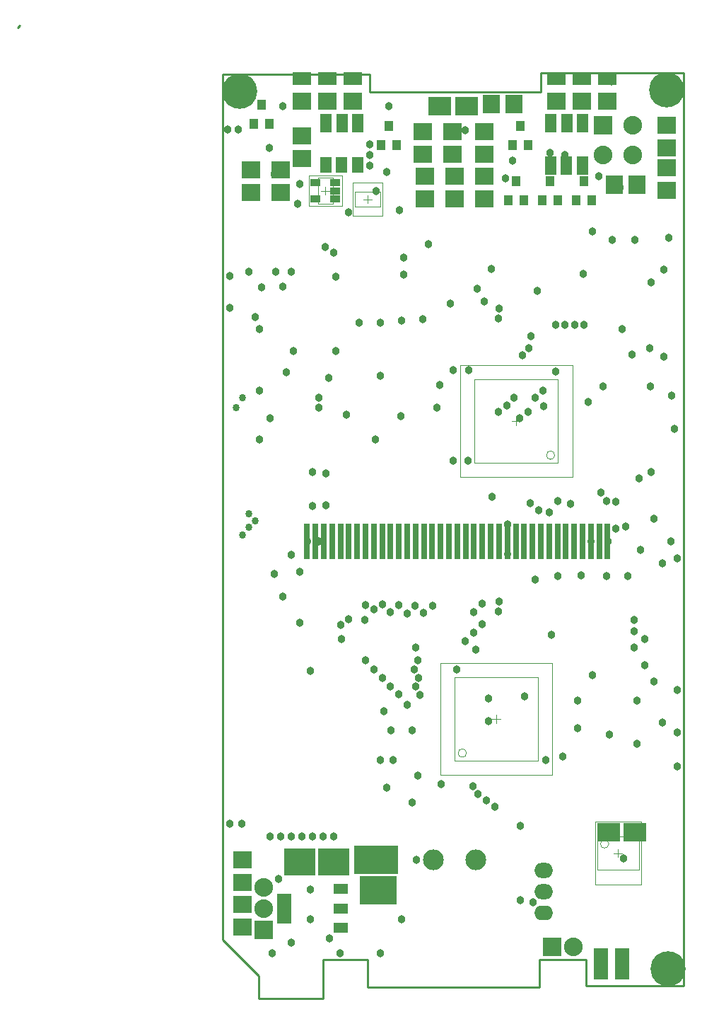
<source format=gts>
%FSTAX25Y25*%
%MOIN*%
G70*
G01*
G75*
G04 Layer_Color=8388736*
%ADD10R,0.07874X0.07480*%
%ADD11R,0.01969X0.15748*%
%ADD12R,0.04331X0.02559*%
%ADD13R,0.07874X0.05512*%
%ADD14R,0.17011X0.12579*%
%ADD15R,0.20011X0.12579*%
%ADD16R,0.13780X0.11811*%
%ADD17R,0.06102X0.04331*%
%ADD18R,0.06102X0.04331*%
%ADD19R,0.06102X0.13583*%
%ADD20R,0.04724X0.07000*%
%ADD21R,0.04724X0.07874*%
%ADD22R,0.03543X0.03740*%
%ADD23R,0.03543X0.03740*%
%ADD24R,0.05906X0.13780*%
%ADD25R,0.09843X0.07874*%
%ADD26R,0.07480X0.07874*%
%ADD27C,0.01200*%
%ADD28C,0.02000*%
%ADD29C,0.01400*%
%ADD30C,0.01600*%
%ADD31C,0.01000*%
%ADD32C,0.00394*%
%ADD33C,0.15748*%
%ADD34R,0.08000X0.08000*%
%ADD35C,0.08000*%
%ADD36C,0.09000*%
%ADD37O,0.08000X0.06400*%
%ADD38O,0.08000X0.06000*%
%ADD39R,0.08000X0.08000*%
%ADD40C,0.03000*%
%ADD41C,0.02600*%
%ADD42C,0.02700*%
%ADD43C,0.02800*%
%ADD44R,0.07874X0.09843*%
%ADD45R,0.07874X0.07842*%
%ADD46R,0.13780X0.01969*%
%ADD47R,0.15748X0.08071*%
%ADD48R,0.10236X0.08071*%
%ADD49R,0.13780X0.08071*%
G04:AMPARAMS|DCode=50|XSize=39.37mil|YSize=31.5mil|CornerRadius=7.87mil|HoleSize=0mil|Usage=FLASHONLY|Rotation=0.000|XOffset=0mil|YOffset=0mil|HoleType=Round|Shape=RoundedRectangle|*
%AMROUNDEDRECTD50*
21,1,0.03937,0.01575,0,0,0.0*
21,1,0.02362,0.03150,0,0,0.0*
1,1,0.01575,0.01181,-0.00787*
1,1,0.01575,-0.01181,-0.00787*
1,1,0.01575,-0.01181,0.00787*
1,1,0.01575,0.01181,0.00787*
%
%ADD50ROUNDEDRECTD50*%
G04:AMPARAMS|DCode=51|XSize=39.37mil|YSize=31.5mil|CornerRadius=7.87mil|HoleSize=0mil|Usage=FLASHONLY|Rotation=270.000|XOffset=0mil|YOffset=0mil|HoleType=Round|Shape=RoundedRectangle|*
%AMROUNDEDRECTD51*
21,1,0.03937,0.01575,0,0,270.0*
21,1,0.02362,0.03150,0,0,270.0*
1,1,0.01575,-0.00787,-0.01181*
1,1,0.01575,-0.00787,0.01181*
1,1,0.01575,0.00787,0.01181*
1,1,0.01575,0.00787,-0.01181*
%
%ADD51ROUNDEDRECTD51*%
G04:AMPARAMS|DCode=52|XSize=90mil|YSize=90mil|CornerRadius=22.5mil|HoleSize=0mil|Usage=FLASHONLY|Rotation=180.000|XOffset=0mil|YOffset=0mil|HoleType=Round|Shape=RoundedRectangle|*
%AMROUNDEDRECTD52*
21,1,0.09000,0.04500,0,0,180.0*
21,1,0.04500,0.09000,0,0,180.0*
1,1,0.04500,-0.02250,0.02250*
1,1,0.04500,0.02250,0.02250*
1,1,0.04500,0.02250,-0.02250*
1,1,0.04500,-0.02250,-0.02250*
%
%ADD52ROUNDEDRECTD52*%
%ADD53R,0.06693X0.09843*%
%ADD54R,0.05512X0.00984*%
%ADD55R,0.00984X0.05512*%
%ADD56C,0.01063*%
%ADD57R,0.10630X0.10630*%
%ADD58R,0.09843X0.06693*%
%ADD59R,0.11811X0.07874*%
%ADD60R,0.11811X0.02953*%
%ADD61R,0.09843X0.07874*%
G04:AMPARAMS|DCode=62|XSize=100mil|YSize=100mil|CornerRadius=25mil|HoleSize=0mil|Usage=FLASHONLY|Rotation=0.000|XOffset=0mil|YOffset=0mil|HoleType=Round|Shape=RoundedRectangle|*
%AMROUNDEDRECTD62*
21,1,0.10000,0.05000,0,0,0.0*
21,1,0.05000,0.10000,0,0,0.0*
1,1,0.05000,0.02500,-0.02500*
1,1,0.05000,-0.02500,-0.02500*
1,1,0.05000,-0.02500,0.02500*
1,1,0.05000,0.02500,0.02500*
%
%ADD62ROUNDEDRECTD62*%
%ADD63O,0.01181X0.10236*%
%ADD64O,0.10236X0.01181*%
%ADD65R,0.04567X0.05906*%
%ADD66R,0.08661X0.15748*%
%ADD67R,0.08661X0.13780*%
%ADD68R,0.11024X0.09055*%
%ADD69R,0.01575X0.05512*%
%ADD70R,0.05512X0.01575*%
%ADD71R,0.02756X0.03543*%
%ADD72R,0.04724X0.03543*%
%ADD73R,0.01969X0.07087*%
%ADD74R,0.05906X0.07874*%
%ADD75R,0.05906X0.07574*%
%ADD76R,0.02165X0.07874*%
%ADD77R,0.07874X0.02165*%
G04:AMPARAMS|DCode=78|XSize=51.18mil|YSize=51.18mil|CornerRadius=12.8mil|HoleSize=0mil|Usage=FLASHONLY|Rotation=270.000|XOffset=0mil|YOffset=0mil|HoleType=Round|Shape=RoundedRectangle|*
%AMROUNDEDRECTD78*
21,1,0.05118,0.02559,0,0,270.0*
21,1,0.02559,0.05118,0,0,270.0*
1,1,0.02559,-0.01280,-0.01280*
1,1,0.02559,-0.01280,0.01280*
1,1,0.02559,0.01280,0.01280*
1,1,0.02559,0.01280,-0.01280*
%
%ADD78ROUNDEDRECTD78*%
%ADD79R,0.13780X0.05906*%
%ADD80R,0.10880X0.05906*%
%ADD81R,0.02559X0.04331*%
%ADD82O,0.02362X0.08661*%
%ADD83C,0.01500*%
%ADD84C,0.00984*%
%ADD85C,0.00787*%
%ADD86C,0.02756*%
%ADD87R,0.08674X0.08280*%
%ADD88R,0.02769X0.16548*%
%ADD89R,0.05131X0.03359*%
%ADD90R,0.08674X0.06312*%
%ADD91R,0.17811X0.13380*%
%ADD92R,0.20811X0.13380*%
%ADD93R,0.14579X0.12611*%
%ADD94R,0.06902X0.05131*%
%ADD95R,0.06902X0.05131*%
%ADD96R,0.06902X0.14383*%
%ADD97R,0.05524X0.07800*%
%ADD98R,0.05524X0.08674*%
%ADD99R,0.04343X0.04540*%
%ADD100R,0.04343X0.04540*%
%ADD101R,0.06706X0.14579*%
%ADD102R,0.10642X0.08674*%
%ADD103R,0.08280X0.08674*%
%ADD104C,0.16548*%
%ADD105R,0.08800X0.08800*%
%ADD106C,0.08800*%
%ADD107C,0.09800*%
%ADD108O,0.08800X0.07200*%
%ADD109O,0.08800X0.06800*%
%ADD110R,0.08800X0.08800*%
%ADD111C,0.03800*%
%ADD112C,0.03400*%
%ADD113C,0.03500*%
%ADD114C,0.03600*%
D31*
X000767Y002933D02*
X0024751Y0012249D01*
X-0089Y0459D02*
X-0088Y046D01*
X0055Y002D02*
X0076D01*
X0157D02*
X0179D01*
X0157Y0007D02*
Y002D01*
X0076Y0007D02*
X0157D01*
X0076D02*
Y002D01*
X000767Y002933D02*
Y00355D01*
X0196307Y00075D02*
X0225D01*
X0025Y00015D02*
X003D01*
X0179Y00075D02*
Y002D01*
Y00075D02*
X0196307D01*
X0055Y00015D02*
Y002D01*
X0225Y0035D02*
Y04375D01*
X003Y00015D02*
X0055D01*
X0024751D02*
Y0009249D01*
X0077Y04285D02*
Y0437D01*
Y04285D02*
X01575D01*
Y04375D01*
X0225D01*
X0024751Y0009249D02*
Y0012249D01*
X0225Y00075D02*
Y0035D01*
X000767Y0437D02*
X0077D01*
X000767Y00355D02*
Y0437D01*
D32*
X0164188Y0257436D02*
G03*
X0164188Y0257436I-0001969J0D01*
G01*
X0122559Y0117126D02*
G03*
X0122559Y0117126I-0001969J0D01*
G01*
X0189669Y0074331D02*
G03*
X0189669Y0074331I-0001969J0D01*
G01*
X0126392Y0253892D02*
X0165762D01*
X0126392Y0293263D02*
X0165762D01*
Y0253892D02*
Y0293263D01*
X0126392Y0253892D02*
Y0293263D01*
X0059543Y0375898D02*
Y0388102D01*
X0052457Y0375898D02*
Y0388102D01*
Y0375898D02*
X0059543D01*
X0052457Y0388102D02*
X0059543D01*
X0117047Y0113583D02*
Y0152953D01*
X0156417Y0113583D02*
Y0152953D01*
X0117047Y0113583D02*
X0156417D01*
X0117047Y0152953D02*
X0156417D01*
X0069898Y0374457D02*
X0082102D01*
X0069898Y0381543D02*
X0082102D01*
Y0374457D02*
Y0381543D01*
X0069898Y0374457D02*
Y0381543D01*
X0203842Y0062126D02*
Y0077874D01*
X0184158Y0062126D02*
Y0077874D01*
Y0062126D02*
X0203842D01*
X0184158Y0077874D02*
X0203842D01*
X01197Y02472D02*
X0172455D01*
X01197Y0299955D02*
X0172455D01*
Y02472D02*
Y0299955D01*
X01197Y02472D02*
Y0299955D01*
X0146077Y0271609D02*
Y0275546D01*
X0144109Y0273577D02*
X0148046D01*
X0063874Y0374913D02*
Y0389087D01*
X0048126Y0374913D02*
Y0389087D01*
Y0374913D02*
X0063874D01*
X0048126Y0389087D02*
X0063874D01*
X0054031Y0382D02*
X0057968D01*
X0056Y0380031D02*
Y0383968D01*
X0110354Y010689D02*
Y0159646D01*
X016311Y010689D02*
Y0159646D01*
X0110354Y010689D02*
X016311D01*
X0110354Y0159646D02*
X016311D01*
X0134764Y0133268D02*
X0138701D01*
X0136732Y0131299D02*
Y0135236D01*
X0068913Y0370126D02*
X0083087D01*
X0068913Y0385874D02*
X0083087D01*
Y0370126D02*
Y0385874D01*
X0068913Y0370126D02*
Y0385874D01*
X0076Y0376031D02*
Y0379969D01*
X0074032Y0378D02*
X0077969D01*
X0192032Y007D02*
X0195968D01*
X0194Y0068032D02*
Y0071969D01*
X0204827Y0055236D02*
Y0084764D01*
X0183173Y0055236D02*
Y0084764D01*
Y0055236D02*
X0204827D01*
X0183173Y0084764D02*
X0204827D01*
D87*
X0217Y0382189D02*
D03*
Y0392819D02*
D03*
X01308Y0409811D02*
D03*
Y0399181D02*
D03*
X01019Y0409811D02*
D03*
Y0399181D02*
D03*
X01158Y0409811D02*
D03*
Y0399181D02*
D03*
X0045Y0424189D02*
D03*
X0217Y0402189D02*
D03*
Y0412819D02*
D03*
X0017Y0045811D02*
D03*
Y0035181D02*
D03*
Y0056189D02*
D03*
Y0066819D02*
D03*
X0117Y0378189D02*
D03*
Y0388819D02*
D03*
X0131Y0378189D02*
D03*
Y0388819D02*
D03*
X0103Y0378189D02*
D03*
Y0388819D02*
D03*
X0021Y0391811D02*
D03*
Y0381181D02*
D03*
X0035Y0391811D02*
D03*
Y0381181D02*
D03*
X0045Y0407811D02*
D03*
Y0397181D02*
D03*
X0057Y0424189D02*
D03*
X0189D02*
D03*
X0165D02*
D03*
X0177D02*
D03*
X0069D02*
D03*
D88*
X0189102Y021685D02*
D03*
X0185165D02*
D03*
X0181228D02*
D03*
X0177291D02*
D03*
X0173354D02*
D03*
X0169417D02*
D03*
X016548D02*
D03*
X0161543D02*
D03*
X0157606D02*
D03*
X0153669D02*
D03*
X0149732D02*
D03*
X0145795D02*
D03*
X0141858D02*
D03*
X0137921D02*
D03*
X0133984D02*
D03*
X0130047D02*
D03*
X012611D02*
D03*
X0122173D02*
D03*
X0118236D02*
D03*
X0114299D02*
D03*
X0110362D02*
D03*
X0106425D02*
D03*
X0102488D02*
D03*
X0098551D02*
D03*
X0094614D02*
D03*
X0090677D02*
D03*
X008674D02*
D03*
X0082803D02*
D03*
X0078866D02*
D03*
X0074929D02*
D03*
X0070992D02*
D03*
X0067055D02*
D03*
X0063118D02*
D03*
X0059181D02*
D03*
X0055244D02*
D03*
X0051307D02*
D03*
X004737D02*
D03*
D89*
X0060724Y037826D02*
D03*
Y0382D02*
D03*
Y038574D02*
D03*
X0051276D02*
D03*
Y037826D02*
D03*
D90*
X0045Y0434819D02*
D03*
X0057D02*
D03*
X0189D02*
D03*
X0165D02*
D03*
X0177D02*
D03*
X0069D02*
D03*
D91*
X0081Y00525D02*
D03*
D92*
X008Y0067D02*
D03*
D93*
X006Y0066D02*
D03*
X0044D02*
D03*
D94*
X0063287Y0034945D02*
D03*
D95*
Y0044D02*
D03*
Y0053055D02*
D03*
D96*
X0036713Y0044D02*
D03*
D97*
X0071323Y03942D02*
D03*
X0063449D02*
D03*
X0056362D02*
D03*
D98*
X0071323Y0414D02*
D03*
X0063842D02*
D03*
X0056362D02*
D03*
X0177323Y0393921D02*
D03*
X0169449D02*
D03*
X0162362D02*
D03*
X0177323Y0414D02*
D03*
X0169843D02*
D03*
X0162362D02*
D03*
D99*
X0146Y0386626D02*
D03*
X014226Y0377374D02*
D03*
X0026Y0422626D02*
D03*
X002226Y0413374D02*
D03*
X0162Y0386626D02*
D03*
X015826Y0377374D02*
D03*
X0178Y0386626D02*
D03*
X017426Y0377374D02*
D03*
X0086Y0412626D02*
D03*
X008226Y0403374D02*
D03*
X0148Y0412626D02*
D03*
X014426Y0403374D02*
D03*
D100*
X014974Y0377374D02*
D03*
X002974Y0413374D02*
D03*
X016574Y0377374D02*
D03*
X018174D02*
D03*
X008974Y0403374D02*
D03*
X015174D02*
D03*
D101*
X0196Y0018D02*
D03*
X0186D02*
D03*
D102*
X01895Y008D02*
D03*
X0202D02*
D03*
X011Y0422D02*
D03*
X01225D02*
D03*
D103*
X0192189Y0385D02*
D03*
X0202819D02*
D03*
X0144819Y0423D02*
D03*
X0134189D02*
D03*
D104*
X00155Y0429D02*
D03*
X02175Y00155D02*
D03*
X0217Y04295D02*
D03*
D105*
X0027Y0034D02*
D03*
X0187Y0413D02*
D03*
D106*
X0027Y0044D02*
D03*
Y0054D02*
D03*
X0201Y0413D02*
D03*
Y0399D02*
D03*
X0187D02*
D03*
X0173Y0026D02*
D03*
D107*
X0107Y0067D02*
D03*
X0127D02*
D03*
D108*
X0159Y0062D02*
D03*
Y0052D02*
D03*
D109*
Y0042D02*
D03*
D110*
X0163Y0026D02*
D03*
D111*
X0217Y0402D02*
D03*
X01345Y0238D02*
D03*
X0152936Y03135D02*
D03*
X00835Y0137D02*
D03*
X0082Y0114D02*
D03*
X0087Y0128D02*
D03*
X0097Y0094D02*
D03*
X0196Y0018D02*
D03*
X0026Y03365D02*
D03*
X0023Y03225D02*
D03*
X02155Y0345D02*
D03*
X02095Y0339D02*
D03*
Y02495D02*
D03*
X0204Y02465D02*
D03*
X01645Y0297D02*
D03*
X0159Y02805D02*
D03*
X0138Y03265D02*
D03*
X0131Y033D02*
D03*
X01275Y0336D02*
D03*
X01085Y028D02*
D03*
X0193Y0223D02*
D03*
Y02355D02*
D03*
X01715Y02345D02*
D03*
X0222Y0209D02*
D03*
X01515Y0278D02*
D03*
X00985Y01485D02*
D03*
X01005Y01445D02*
D03*
X013Y01875D02*
D03*
X0133Y0132283D02*
D03*
X0132886Y0143D02*
D03*
X01065Y01865D02*
D03*
X0102374Y0183012D02*
D03*
X0098437Y0186551D02*
D03*
X0044Y038515D02*
D03*
X0191181Y0359D02*
D03*
X0185Y0389D02*
D03*
X0182Y0363D02*
D03*
X008Y0382D02*
D03*
X0155Y0284404D02*
D03*
X01585Y0288D02*
D03*
X011Y02905D02*
D03*
X01415Y0281D02*
D03*
X0145093Y0284593D02*
D03*
X00795Y0265D02*
D03*
X00915Y0276D02*
D03*
X01655Y0236D02*
D03*
X02015Y01745D02*
D03*
Y0167D02*
D03*
X02065Y0171D02*
D03*
X0211Y0151D02*
D03*
X0036Y0422D02*
D03*
X0021Y0391D02*
D03*
X001Y0411D02*
D03*
X0015D02*
D03*
X014426Y039626D02*
D03*
X002974Y040226D02*
D03*
X0032Y039D02*
D03*
X0082Y0404D02*
D03*
X0141Y0388D02*
D03*
X0085Y0391D02*
D03*
X0162Y04D02*
D03*
X0191Y04335D02*
D03*
X019Y0126D02*
D03*
X004Y0028D02*
D03*
X0044Y01785D02*
D03*
X02065Y01585D02*
D03*
X0222Y0127D02*
D03*
Y0111D02*
D03*
X0049Y0156D02*
D03*
X0148Y0083D02*
D03*
X0099Y0067D02*
D03*
X01255Y01015D02*
D03*
X01105Y01025D02*
D03*
X00995Y01065D02*
D03*
X00945Y014D02*
D03*
X0067055Y0180055D02*
D03*
X0127Y0166D02*
D03*
X016Y0114D02*
D03*
X0168Y01155D02*
D03*
X0136Y0092D02*
D03*
X0132Y0095D02*
D03*
X00985Y0167D02*
D03*
X00945Y0183D02*
D03*
X013Y0178D02*
D03*
X0126Y0174D02*
D03*
X0122Y017D02*
D03*
X0215Y01315D02*
D03*
X0175Y0142D02*
D03*
X0182Y0154D02*
D03*
X0175Y0129D02*
D03*
X0154Y0047D02*
D03*
X0055Y0078D02*
D03*
X0035D02*
D03*
X01965Y00675D02*
D03*
X01915Y0079449D02*
D03*
X0049Y0039D02*
D03*
X0031Y0023D02*
D03*
X0058Y003D02*
D03*
X0011Y0327D02*
D03*
X0063Y0035D02*
D03*
Y0023D02*
D03*
X0082D02*
D03*
X0092Y0039D02*
D03*
X0034Y0058D02*
D03*
X0049Y0053D02*
D03*
X0039Y0064D02*
D03*
X0011Y0084D02*
D03*
X003Y0078D02*
D03*
X004D02*
D03*
X0045D02*
D03*
X005D02*
D03*
X008Y0068D02*
D03*
X006Y0078D02*
D03*
X0203Y0142D02*
D03*
X0128Y0098D02*
D03*
X0138Y01885D02*
D03*
X0137672Y0183919D02*
D03*
X012611Y01835D02*
D03*
X0097Y0128D02*
D03*
X0088Y0114D02*
D03*
X0085Y0101D02*
D03*
X0043Y0375701D02*
D03*
X0077Y0404D02*
D03*
Y0399D02*
D03*
Y0394D02*
D03*
X0177D02*
D03*
X0169Y0399D02*
D03*
X0086Y0422D02*
D03*
X0148Y0412626D02*
D03*
X0102Y0409D02*
D03*
X0122Y04105D02*
D03*
X0222Y0147D02*
D03*
X0211Y02275D02*
D03*
X01475Y0275D02*
D03*
X01375Y0278D02*
D03*
X0123345Y0254845D02*
D03*
X0116345D02*
D03*
X01525Y0235D02*
D03*
X0148Y0048D02*
D03*
X00375Y02965D02*
D03*
X0041Y03065D02*
D03*
X0011Y0342D02*
D03*
X002Y0344D02*
D03*
X00325D02*
D03*
X004D02*
D03*
X0067Y0372D02*
D03*
X0195Y0383374D02*
D03*
X0091Y0373D02*
D03*
X01045Y0357D02*
D03*
X0196Y0317D02*
D03*
X0093Y03425D02*
D03*
Y03505D02*
D03*
X00635Y0171D02*
D03*
X0063118Y0177382D02*
D03*
X00745Y018D02*
D03*
X004Y02105D02*
D03*
X0219Y0217D02*
D03*
X0155Y0199D02*
D03*
X01655Y02005D02*
D03*
X01765Y0201D02*
D03*
X01885Y02005D02*
D03*
X01985D02*
D03*
X008674Y01835D02*
D03*
X0090677Y0186677D02*
D03*
X0082803Y0187197D02*
D03*
X0075Y0187D02*
D03*
X0090677Y0145D02*
D03*
X00865Y01485D02*
D03*
X0082803Y01525D02*
D03*
X0079Y01565D02*
D03*
X02015Y018D02*
D03*
X0075Y0161D02*
D03*
X0203Y01215D02*
D03*
X01625Y0173D02*
D03*
X015Y0144D02*
D03*
X00995Y0161D02*
D03*
X01Y01525D02*
D03*
X0098Y01565D02*
D03*
X0118D02*
D03*
X0044Y02025D02*
D03*
X0053Y0217D02*
D03*
X00165Y0084D02*
D03*
X0036Y0191D02*
D03*
X0079Y0185D02*
D03*
X0215Y02065D02*
D03*
X02045Y0213D02*
D03*
X0189252Y0217D02*
D03*
X0032Y02015D02*
D03*
X01975Y0224D02*
D03*
X01885Y0236D02*
D03*
X0025Y0265D02*
D03*
X003Y0275D02*
D03*
X0066Y02765D02*
D03*
X0053Y028D02*
D03*
Y02845D02*
D03*
X0036Y0337D02*
D03*
X0060852Y0306648D02*
D03*
Y03415D02*
D03*
X01565Y02315D02*
D03*
X01615Y02305D02*
D03*
X005Y02335D02*
D03*
X005625Y023375D02*
D03*
X005Y02495D02*
D03*
X005625Y0249D02*
D03*
X0056Y03555D02*
D03*
X006Y0353D02*
D03*
X01645Y0319D02*
D03*
X0149Y03045D02*
D03*
X0152Y0308D02*
D03*
X0169Y0319D02*
D03*
X01735D02*
D03*
X0178D02*
D03*
X0209Y0308D02*
D03*
X020075Y030475D02*
D03*
X0186Y024D02*
D03*
X018Y0282436D02*
D03*
X0134181Y0345181D02*
D03*
X01375Y0322D02*
D03*
X0082Y0295D02*
D03*
Y032D02*
D03*
X0025Y0288D02*
D03*
X00575Y0294D02*
D03*
X0072Y032D02*
D03*
X0115Y0329D02*
D03*
X01235Y02975D02*
D03*
X0116345D02*
D03*
X0092Y0321D02*
D03*
X0102Y03215D02*
D03*
X0141858Y0225D02*
D03*
X02205Y027D02*
D03*
X021925Y02855D02*
D03*
X02155Y0304D02*
D03*
X0209181Y029D02*
D03*
X0187D02*
D03*
X0025Y0317D02*
D03*
X0201811Y0359D02*
D03*
X0156Y0335D02*
D03*
X01775Y0343D02*
D03*
X0218Y036D02*
D03*
D112*
X002Y02235D02*
D03*
X0014Y028D02*
D03*
X0017Y02845D02*
D03*
Y022D02*
D03*
X0023Y02265D02*
D03*
X002Y023D02*
D03*
D113*
X00475Y0217D02*
D03*
X0181228Y021685D02*
D03*
X01418Y0211D02*
D03*
D114*
X006Y0382D02*
D03*
M02*

</source>
